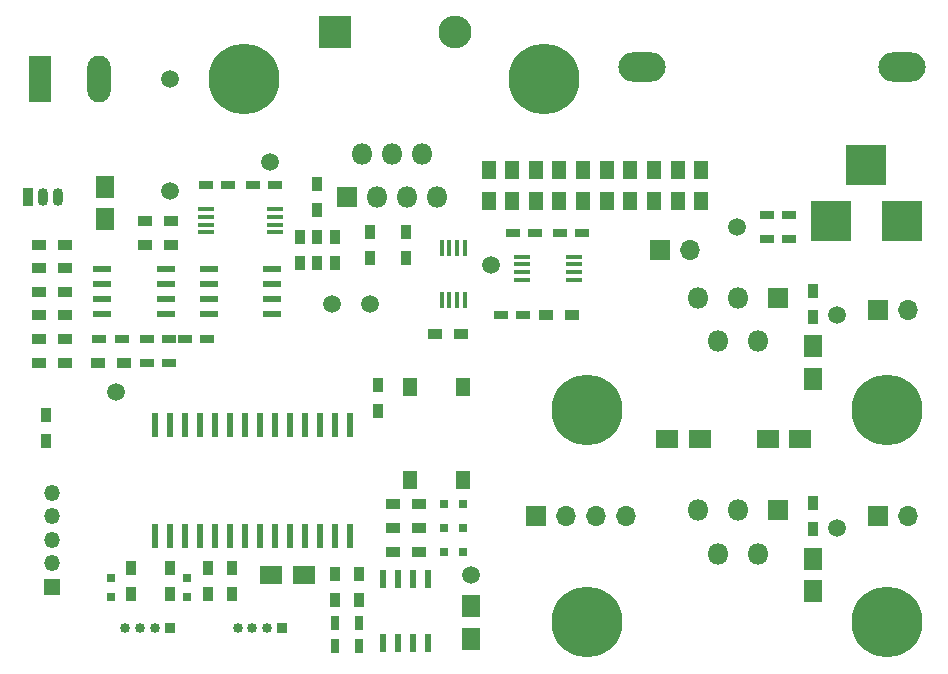
<source format=gbr>
G04 #@! TF.FileFunction,Soldermask,Top*
%FSLAX46Y46*%
G04 Gerber Fmt 4.6, Leading zero omitted, Abs format (unit mm)*
G04 Created by KiCad (PCBNEW 4.0.7-e2-6376~58~ubuntu16.04.1) date Fri Dec 29 21:47:46 2017*
%MOMM*%
%LPD*%
G01*
G04 APERTURE LIST*
%ADD10C,0.100000*%
%ADD11R,1.500000X1.950000*%
%ADD12R,0.600000X2.000000*%
%ADD13R,0.750000X1.200000*%
%ADD14R,1.200000X0.750000*%
%ADD15R,1.950000X1.500000*%
%ADD16R,3.500000X3.500000*%
%ADD17R,0.800000X0.800000*%
%ADD18R,2.800000X2.800000*%
%ADD19O,2.800000X2.800000*%
%ADD20O,4.000000X2.500000*%
%ADD21C,5.999480*%
%ADD22R,1.700000X1.700000*%
%ADD23O,1.700000X1.700000*%
%ADD24R,1.350000X1.350000*%
%ADD25O,1.350000X1.350000*%
%ADD26R,0.850000X0.850000*%
%ADD27C,0.850000*%
%ADD28R,1.980000X3.960000*%
%ADD29O,1.980000X3.960000*%
%ADD30R,0.900000X1.200000*%
%ADD31R,1.200000X0.900000*%
%ADD32R,1.300000X1.500000*%
%ADD33R,1.300000X1.550000*%
%ADD34C,1.500000*%
%ADD35R,1.450000X0.450000*%
%ADD36R,0.600000X1.550000*%
%ADD37R,1.550000X0.600000*%
%ADD38R,1.800000X1.800000*%
%ADD39O,1.800000X1.800000*%
%ADD40R,0.450000X1.450000*%
%ADD41O,0.900000X1.500000*%
%ADD42R,0.900000X1.500000*%
G04 APERTURE END LIST*
D10*
D11*
X95500000Y-63875000D03*
X95500000Y-61125000D03*
D12*
X116255000Y-81300000D03*
X114985000Y-81300000D03*
X113715000Y-81300000D03*
X112445000Y-81300000D03*
X111175000Y-81300000D03*
X109905000Y-81300000D03*
X108635000Y-81300000D03*
X107365000Y-81300000D03*
X106095000Y-81300000D03*
X104825000Y-81300000D03*
X103555000Y-81300000D03*
X102285000Y-81300000D03*
X101015000Y-81300000D03*
X99745000Y-81300000D03*
X99745000Y-90700000D03*
X101015000Y-90700000D03*
X102285000Y-90700000D03*
X103555000Y-90700000D03*
X104825000Y-90700000D03*
X106095000Y-90700000D03*
X107365000Y-90700000D03*
X108635000Y-90700000D03*
X109905000Y-90700000D03*
X111175000Y-90700000D03*
X112445000Y-90700000D03*
X113715000Y-90700000D03*
X114985000Y-90700000D03*
X116255000Y-90700000D03*
D13*
X117000000Y-99950000D03*
X117000000Y-98050000D03*
D14*
X99050000Y-76000000D03*
X100950000Y-76000000D03*
D13*
X115000000Y-99950000D03*
X115000000Y-98050000D03*
D14*
X99050000Y-74000000D03*
X100950000Y-74000000D03*
D11*
X126500000Y-96625000D03*
X126500000Y-99375000D03*
D14*
X104050000Y-61000000D03*
X105950000Y-61000000D03*
D15*
X109625000Y-94000000D03*
X112375000Y-94000000D03*
D14*
X104200000Y-74000000D03*
X102300000Y-74000000D03*
X109950000Y-61000000D03*
X108050000Y-61000000D03*
X130050000Y-65000000D03*
X131950000Y-65000000D03*
X135950000Y-65000000D03*
X134050000Y-65000000D03*
X130950000Y-72000000D03*
X129050000Y-72000000D03*
X95050000Y-74000000D03*
X96950000Y-74000000D03*
X151550000Y-65500000D03*
X153450000Y-65500000D03*
X151550000Y-63500000D03*
X153450000Y-63500000D03*
D11*
X155500000Y-74625000D03*
X155500000Y-77375000D03*
D15*
X145875000Y-82500000D03*
X143125000Y-82500000D03*
D11*
X155500000Y-92625000D03*
X155500000Y-95375000D03*
D15*
X151625000Y-82500000D03*
X154375000Y-82500000D03*
D16*
X157000000Y-64000000D03*
X163000000Y-64000000D03*
X160000000Y-59300000D03*
D17*
X124200000Y-92000000D03*
X125800000Y-92000000D03*
X124200000Y-90000000D03*
X125800000Y-90000000D03*
D18*
X115000000Y-48000000D03*
D19*
X125160000Y-48000000D03*
D17*
X102500000Y-94200000D03*
X102500000Y-95800000D03*
X96000000Y-94200000D03*
X96000000Y-95800000D03*
X124200000Y-88000000D03*
X125800000Y-88000000D03*
D20*
X163000000Y-51000000D03*
X141000000Y-51000000D03*
D21*
X132700000Y-52000000D03*
X107300000Y-52000000D03*
X161700000Y-80000000D03*
X136300000Y-80000000D03*
X161700000Y-98000000D03*
X136300000Y-98000000D03*
D22*
X142500000Y-66500000D03*
D23*
X145040000Y-66500000D03*
D22*
X161000000Y-71500000D03*
D23*
X163540000Y-71500000D03*
D22*
X161000000Y-89000000D03*
D23*
X163540000Y-89000000D03*
D22*
X132000000Y-89000000D03*
D23*
X134540000Y-89000000D03*
X137080000Y-89000000D03*
X139620000Y-89000000D03*
D24*
X91000000Y-95000000D03*
D25*
X91000000Y-93000000D03*
X91000000Y-91000000D03*
X91000000Y-89000000D03*
X91000000Y-87000000D03*
D26*
X101000000Y-98500000D03*
D27*
X99750000Y-98500000D03*
X98500000Y-98500000D03*
X97250000Y-98500000D03*
D26*
X110500000Y-98500000D03*
D27*
X109250000Y-98500000D03*
X108000000Y-98500000D03*
X106750000Y-98500000D03*
D28*
X90000000Y-52000000D03*
D29*
X95000000Y-52000000D03*
D30*
X115000000Y-93900000D03*
X115000000Y-96100000D03*
D31*
X101100000Y-66000000D03*
X98900000Y-66000000D03*
D30*
X117000000Y-93900000D03*
X117000000Y-96100000D03*
D31*
X101100000Y-64000000D03*
X98900000Y-64000000D03*
D30*
X118600000Y-80100000D03*
X118600000Y-77900000D03*
X115000000Y-67600000D03*
X115000000Y-65400000D03*
X113500000Y-63100000D03*
X113500000Y-60900000D03*
X113500000Y-67600000D03*
X113500000Y-65400000D03*
X112000000Y-67600000D03*
X112000000Y-65400000D03*
D31*
X119900000Y-92000000D03*
X122100000Y-92000000D03*
X119900000Y-90000000D03*
X122100000Y-90000000D03*
D30*
X104250000Y-95600000D03*
X104250000Y-93400000D03*
X106250000Y-95600000D03*
X106250000Y-93400000D03*
D32*
X146000000Y-59650000D03*
X146000000Y-62350000D03*
X144000000Y-59650000D03*
X144000000Y-62350000D03*
X142000000Y-59650000D03*
X142000000Y-62350000D03*
X140000000Y-59650000D03*
X140000000Y-62350000D03*
X138000000Y-59650000D03*
X138000000Y-62350000D03*
X136000000Y-59650000D03*
X136000000Y-62350000D03*
X134000000Y-59650000D03*
X134000000Y-62350000D03*
X132000000Y-59650000D03*
X132000000Y-62350000D03*
X130000000Y-59650000D03*
X130000000Y-62350000D03*
X128000000Y-59650000D03*
X128000000Y-62350000D03*
D31*
X89900000Y-68000000D03*
X92100000Y-68000000D03*
X89900000Y-66000000D03*
X92100000Y-66000000D03*
X132900000Y-72000000D03*
X135100000Y-72000000D03*
X89900000Y-70000000D03*
X92100000Y-70000000D03*
X94900000Y-76000000D03*
X97100000Y-76000000D03*
X89900000Y-72000000D03*
X92100000Y-72000000D03*
X89900000Y-74000000D03*
X92100000Y-74000000D03*
X89900000Y-76000000D03*
X92100000Y-76000000D03*
D30*
X155500000Y-72100000D03*
X155500000Y-69900000D03*
X155500000Y-90100000D03*
X155500000Y-87900000D03*
X121000000Y-64900000D03*
X121000000Y-67100000D03*
X118000000Y-64900000D03*
X118000000Y-67100000D03*
X90500000Y-80400000D03*
X90500000Y-82600000D03*
D31*
X125700000Y-73600000D03*
X123500000Y-73600000D03*
D30*
X101000000Y-93400000D03*
X101000000Y-95600000D03*
X97750000Y-93400000D03*
X97750000Y-95600000D03*
D31*
X119900000Y-88000000D03*
X122100000Y-88000000D03*
D33*
X125850000Y-78025000D03*
X125850000Y-85975000D03*
X121350000Y-78025000D03*
X121350000Y-85975000D03*
D34*
X126500000Y-94000000D03*
X101000000Y-61500000D03*
X109500000Y-59000000D03*
X96500000Y-78500000D03*
X128250000Y-67750000D03*
X118000000Y-71000000D03*
X114750000Y-71000000D03*
X101000000Y-52000000D03*
X149000000Y-64500000D03*
X157500000Y-72000000D03*
X157500000Y-90000000D03*
D35*
X104050000Y-63025000D03*
X104050000Y-63675000D03*
X104050000Y-64325000D03*
X104050000Y-64975000D03*
X109950000Y-64975000D03*
X109950000Y-64325000D03*
X109950000Y-63675000D03*
X109950000Y-63025000D03*
D36*
X119095000Y-99700000D03*
X120365000Y-99700000D03*
X121635000Y-99700000D03*
X122905000Y-99700000D03*
X122905000Y-94300000D03*
X121635000Y-94300000D03*
X120365000Y-94300000D03*
X119095000Y-94300000D03*
D37*
X95300000Y-68095000D03*
X95300000Y-69365000D03*
X95300000Y-70635000D03*
X95300000Y-71905000D03*
X100700000Y-71905000D03*
X100700000Y-70635000D03*
X100700000Y-69365000D03*
X100700000Y-68095000D03*
X109700000Y-71905000D03*
X109700000Y-70635000D03*
X109700000Y-69365000D03*
X109700000Y-68095000D03*
X104300000Y-68095000D03*
X104300000Y-69365000D03*
X104300000Y-70635000D03*
X104300000Y-71905000D03*
D38*
X116000000Y-62000000D03*
D39*
X117270000Y-58300000D03*
X118540000Y-62000000D03*
X119810000Y-58300000D03*
X121080000Y-62000000D03*
X122350000Y-58300000D03*
X123620000Y-62000000D03*
D40*
X124025000Y-70700000D03*
X124675000Y-70700000D03*
X125325000Y-70700000D03*
X125975000Y-70700000D03*
X125975000Y-66300000D03*
X125325000Y-66300000D03*
X124675000Y-66300000D03*
X124025000Y-66300000D03*
D41*
X90270000Y-62000000D03*
X91540000Y-62000000D03*
D42*
X89000000Y-62000000D03*
D35*
X130800000Y-67025000D03*
X130800000Y-67675000D03*
X130800000Y-68325000D03*
X130800000Y-68975000D03*
X135200000Y-68975000D03*
X135200000Y-68325000D03*
X135200000Y-67675000D03*
X135200000Y-67025000D03*
D38*
X152500000Y-70500000D03*
D39*
X150800000Y-74200000D03*
X149100000Y-70500000D03*
X147400000Y-74200000D03*
X145700000Y-70500000D03*
D38*
X152500000Y-88500000D03*
D39*
X150800000Y-92200000D03*
X149100000Y-88500000D03*
X147400000Y-92200000D03*
X145700000Y-88500000D03*
M02*

</source>
